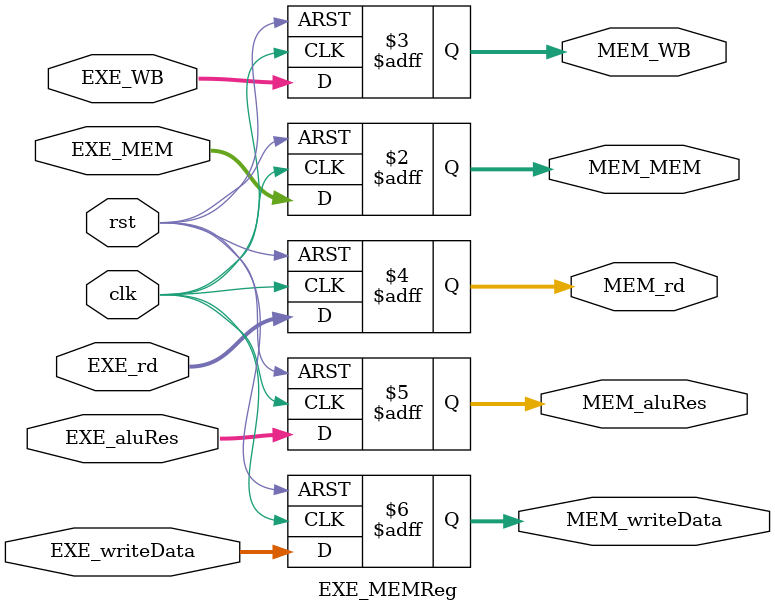
<source format=v>
`timescale 1ps/1ps
module EXE_MEMReg (
       clk,
       rst,
       EXE_MEM,
       EXE_WB,
       EXE_rd,       
       EXE_aluRes,
       EXE_writeData,
       MEM_MEM,
       MEM_WB,
       MEM_rd,
       MEM_aluRes,
       MEM_writeData
       );
    
    input clk,
          rst;
    input [1:0] EXE_MEM,
                EXE_WB;
    input [4:0] EXE_rd;               
    input [31:0] EXE_aluRes,
                 EXE_writeData;
    
    output reg [1:0] MEM_MEM,
                     MEM_WB;
    output reg [4:0] MEM_rd;
    output reg [31:0] MEM_aluRes,
                      MEM_writeData;

    always @(posedge clk, posedge rst) begin
        if (rst) begin
            MEM_MEM <= 2'b0;
            MEM_WB  <= 2'b0;
            MEM_rd  <= 5'b0;
            MEM_aluRes <= 32'b0;
            MEM_writeData <= 32'b0;
        end
        else begin
            MEM_MEM <= EXE_MEM;
            MEM_WB  <= EXE_WB;
            MEM_rd  <= EXE_rd;
            MEM_aluRes <= EXE_aluRes;
            MEM_writeData <= EXE_writeData;
        end
    end
endmodule
</source>
